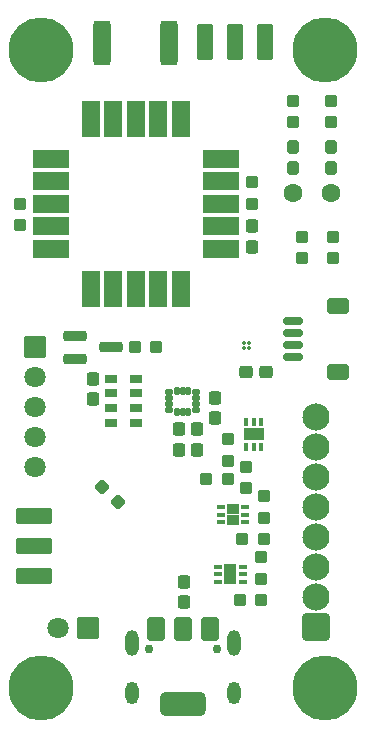
<source format=gbr>
%TF.GenerationSoftware,KiCad,Pcbnew,9.0.2*%
%TF.CreationDate,2025-06-05T09:54:10-05:00*%
%TF.ProjectId,Flight Computer v3,466c6967-6874-4204-936f-6d7075746572,rev?*%
%TF.SameCoordinates,Original*%
%TF.FileFunction,Soldermask,Top*%
%TF.FilePolarity,Negative*%
%FSLAX46Y46*%
G04 Gerber Fmt 4.6, Leading zero omitted, Abs format (unit mm)*
G04 Created by KiCad (PCBNEW 9.0.2) date 2025-06-05 09:54:10*
%MOMM*%
%LPD*%
G01*
G04 APERTURE LIST*
G04 Aperture macros list*
%AMRoundRect*
0 Rectangle with rounded corners*
0 $1 Rounding radius*
0 $2 $3 $4 $5 $6 $7 $8 $9 X,Y pos of 4 corners*
0 Add a 4 corners polygon primitive as box body*
4,1,4,$2,$3,$4,$5,$6,$7,$8,$9,$2,$3,0*
0 Add four circle primitives for the rounded corners*
1,1,$1+$1,$2,$3*
1,1,$1+$1,$4,$5*
1,1,$1+$1,$6,$7*
1,1,$1+$1,$8,$9*
0 Add four rect primitives between the rounded corners*
20,1,$1+$1,$2,$3,$4,$5,0*
20,1,$1+$1,$4,$5,$6,$7,0*
20,1,$1+$1,$6,$7,$8,$9,0*
20,1,$1+$1,$8,$9,$2,$3,0*%
G04 Aperture macros list end*
%ADD10RoundRect,0.050800X0.149600X0.314900X-0.149600X0.314900X-0.149600X-0.314900X0.149600X-0.314900X0*%
%ADD11RoundRect,0.050800X0.355600X-0.495300X0.355600X0.495300X-0.355600X0.495300X-0.355600X-0.495300X0*%
%ADD12RoundRect,0.050800X-0.314900X0.149600X-0.314900X-0.149600X0.314900X-0.149600X0.314900X0.149600X0*%
%ADD13RoundRect,0.050800X0.495300X0.355600X-0.495300X0.355600X-0.495300X-0.355600X0.495300X-0.355600X0*%
%ADD14RoundRect,0.262900X-0.262900X0.275400X-0.262900X-0.275400X0.262900X-0.275400X0.262900X0.275400X0*%
%ADD15RoundRect,0.050800X-0.750000X1.500000X-0.750000X-1.500000X0.750000X-1.500000X0.750000X1.500000X0*%
%ADD16RoundRect,0.050800X-1.500000X0.750000X-1.500000X-0.750000X1.500000X-0.750000X1.500000X0.750000X0*%
%ADD17RoundRect,0.262900X0.262900X-0.275400X0.262900X0.275400X-0.262900X0.275400X-0.262900X-0.275400X0*%
%ADD18RoundRect,0.262900X0.380636X-0.008839X-0.008839X0.380636X-0.380636X0.008839X0.008839X-0.380636X0*%
%ADD19RoundRect,0.175400X0.650400X-0.175400X0.650400X0.175400X-0.650400X0.175400X-0.650400X-0.175400X0*%
%ADD20RoundRect,0.271166X0.679634X-0.379634X0.679634X0.379634X-0.679634X0.379634X-0.679634X-0.379634X0*%
%ADD21C,0.351600*%
%ADD22RoundRect,0.262900X-0.262900X0.325400X-0.262900X-0.325400X0.262900X-0.325400X0.262900X0.325400X0*%
%ADD23RoundRect,0.262900X-0.325400X-0.262900X0.325400X-0.262900X0.325400X0.262900X-0.325400X0.262900X0*%
%ADD24C,3.201600*%
%ADD25C,5.501600*%
%ADD26RoundRect,0.262900X0.275400X0.262900X-0.275400X0.262900X-0.275400X-0.262900X0.275400X-0.262900X0*%
%ADD27RoundRect,0.112900X-0.250400X-0.112900X0.250400X-0.112900X0.250400X0.112900X-0.250400X0.112900X0*%
%ADD28RoundRect,0.112900X-0.112900X-0.250400X0.112900X-0.250400X0.112900X0.250400X-0.112900X0.250400X0*%
%ADD29RoundRect,0.050800X-0.475000X-0.275000X0.475000X-0.275000X0.475000X0.275000X-0.475000X0.275000X0*%
%ADD30RoundRect,0.262900X-0.262900X0.312900X-0.262900X-0.312900X0.262900X-0.312900X0.262900X0.312900X0*%
%ADD31RoundRect,0.202740X-1.348060X0.473060X-1.348060X-0.473060X1.348060X-0.473060X1.348060X0.473060X0*%
%ADD32C,1.601600*%
%ADD33RoundRect,0.400400X-0.400400X0.650400X-0.400400X-0.650400X0.400400X-0.650400X0.400400X0.650400X0*%
%ADD34RoundRect,0.525400X-1.425400X0.525400X-1.425400X-0.525400X1.425400X-0.525400X1.425400X0.525400X0*%
%ADD35RoundRect,0.202740X-0.473060X-1.348060X0.473060X-1.348060X0.473060X1.348060X-0.473060X1.348060X0*%
%ADD36RoundRect,0.225400X-0.775400X-0.225400X0.775400X-0.225400X0.775400X0.225400X-0.775400X0.225400X0*%
%ADD37RoundRect,0.050800X-0.850000X0.850000X-0.850000X-0.850000X0.850000X-0.850000X0.850000X0.850000X0*%
%ADD38C,1.801600*%
%ADD39RoundRect,0.261545X0.889255X-0.889255X0.889255X0.889255X-0.889255X0.889255X-0.889255X-0.889255X0*%
%ADD40C,2.301600*%
%ADD41RoundRect,0.262900X0.262900X-0.325400X0.262900X0.325400X-0.262900X0.325400X-0.262900X-0.325400X0*%
%ADD42RoundRect,0.050800X-0.850000X-0.850000X0.850000X-0.850000X0.850000X0.850000X-0.850000X0.850000X0*%
%ADD43RoundRect,0.268815X-0.456985X-1.631985X0.456985X-1.631985X0.456985X1.631985X-0.456985X1.631985X0*%
%ADD44C,0.751600*%
%ADD45O,1.101600X1.901600*%
%ADD46O,1.101600X2.201600*%
G04 APERTURE END LIST*
D10*
%TO.C,U403*%
X118046001Y-89059899D03*
X118696000Y-89059899D03*
X119345999Y-89059899D03*
X119345999Y-86980101D03*
X118696000Y-86980101D03*
X118046001Y-86980101D03*
D11*
X118252000Y-88020000D03*
X119140000Y-88020000D03*
%TD*%
D12*
%TO.C,U402*%
X117980000Y-95470000D03*
X117980000Y-94820001D03*
X117980000Y-94170002D03*
X115900202Y-94170002D03*
X115900202Y-94820001D03*
X115900202Y-95470000D03*
D13*
X116940101Y-95264001D03*
X116940101Y-94376001D03*
%TD*%
D12*
%TO.C,U401*%
X117750000Y-100525000D03*
X117750000Y-99875001D03*
X117750000Y-99225002D03*
X115670202Y-99225002D03*
X115670202Y-99875001D03*
X115670202Y-100525000D03*
D13*
X116710101Y-100319001D03*
X116710101Y-99431001D03*
%TD*%
D14*
%TO.C,R502*%
X125400000Y-71287500D03*
X125400000Y-73112500D03*
%TD*%
D15*
%TO.C,U304*%
X112500000Y-61300000D03*
X110600000Y-61300000D03*
X108700000Y-61300000D03*
X106800000Y-61300000D03*
X104900000Y-61300000D03*
D16*
X101500000Y-64700000D03*
X101500000Y-66600000D03*
X101500000Y-68500000D03*
X101500000Y-70400000D03*
X101500000Y-72300000D03*
D15*
X104900000Y-75700000D03*
X106800000Y-75700000D03*
X108700000Y-75700000D03*
X110600000Y-75700000D03*
X112500000Y-75700000D03*
D16*
X115900000Y-72300000D03*
X115900000Y-70400000D03*
X115900000Y-68500000D03*
X115900000Y-66600000D03*
X115900000Y-64700000D03*
%TD*%
D14*
%TO.C,R501*%
X122800000Y-71287500D03*
X122800000Y-73112500D03*
%TD*%
D17*
%TO.C,R411*%
X118070000Y-92582500D03*
X118070000Y-90757500D03*
%TD*%
D18*
%TO.C,R503*%
X107175235Y-93775235D03*
X105884765Y-92484765D03*
%TD*%
D19*
%TO.C,J607*%
X121990000Y-81470000D03*
X121990000Y-80470000D03*
X121990000Y-79470000D03*
X121990000Y-78470000D03*
D20*
X125865000Y-82770000D03*
X125865000Y-77170000D03*
%TD*%
D21*
%TO.C,U301*%
X117900000Y-80280000D03*
X118300000Y-80280000D03*
X117900000Y-80680000D03*
X118300000Y-80680000D03*
%TD*%
D22*
%TO.C,C304*%
X113860000Y-87617500D03*
X113860000Y-89342500D03*
%TD*%
D23*
%TO.C,C301*%
X118010000Y-82790000D03*
X119735000Y-82790000D03*
%TD*%
D24*
%TO.C,H604*%
X124700000Y-109500000D03*
D25*
X124700000Y-109500000D03*
%TD*%
D26*
%TO.C,R301*%
X110432500Y-80670000D03*
X108607500Y-80670000D03*
%TD*%
D27*
%TO.C,U302*%
X111507500Y-84480000D03*
X111507500Y-84980000D03*
X111507500Y-85480000D03*
X111507500Y-85980000D03*
D28*
X112170000Y-86142500D03*
X112670000Y-86142500D03*
X113170000Y-86142500D03*
D27*
X113832500Y-85980000D03*
X113832500Y-85480000D03*
X113832500Y-84980000D03*
X113832500Y-84480000D03*
D28*
X113170000Y-84317500D03*
X112670000Y-84317500D03*
X112170000Y-84317500D03*
%TD*%
D29*
%TO.C,U303*%
X106595000Y-83312500D03*
X106595000Y-84562500D03*
X106595000Y-85812500D03*
X106595000Y-87062500D03*
X108745000Y-87062500D03*
X108745000Y-85812500D03*
X108745000Y-84562500D03*
X108745000Y-83312500D03*
%TD*%
D24*
%TO.C,H601*%
X100700000Y-55500000D03*
D25*
X100700000Y-55500000D03*
%TD*%
D30*
%TO.C,D201*%
X122000000Y-63725000D03*
X122000000Y-65475000D03*
%TD*%
D26*
%TO.C,R404*%
X119337500Y-102050000D03*
X117512500Y-102050000D03*
%TD*%
%TO.C,R414*%
X116512500Y-91840000D03*
X114687500Y-91840000D03*
%TD*%
D14*
%TO.C,R202*%
X125200000Y-59775000D03*
X125200000Y-61600000D03*
%TD*%
%TO.C,R413*%
X116510000Y-88447500D03*
X116510000Y-90272500D03*
%TD*%
%TO.C,R201*%
X122000000Y-59775000D03*
X122000000Y-61600000D03*
%TD*%
D31*
%TO.C,J602*%
X100120000Y-94920000D03*
X100120000Y-97460000D03*
X100120000Y-100000000D03*
%TD*%
D32*
%TO.C,TP201*%
X122000000Y-67600000D03*
%TD*%
D33*
%TO.C,U201*%
X115020000Y-104530000D03*
X112720000Y-104530000D03*
D34*
X112720000Y-110830000D03*
D33*
X110420000Y-104530000D03*
%TD*%
D32*
%TO.C,TP202*%
X125200000Y-67600000D03*
%TD*%
D35*
%TO.C,J606*%
X114560000Y-54800000D03*
X117100000Y-54800000D03*
X119640000Y-54800000D03*
%TD*%
D36*
%TO.C,D301*%
X103600000Y-79710000D03*
X103600000Y-81610000D03*
X106600000Y-80660000D03*
%TD*%
D22*
%TO.C,C303*%
X112400000Y-87617500D03*
X112400000Y-89342500D03*
%TD*%
D37*
%TO.C,J604*%
X104630000Y-104450000D03*
D38*
X102090000Y-104450000D03*
%TD*%
D22*
%TO.C,C305*%
X105050000Y-83310000D03*
X105050000Y-85035000D03*
%TD*%
D26*
%TO.C,R410*%
X119560000Y-96870000D03*
X117735000Y-96870000D03*
%TD*%
D24*
%TO.C,H603*%
X100700000Y-109500000D03*
D25*
X100700000Y-109500000D03*
%TD*%
D22*
%TO.C,C306*%
X118580000Y-70427500D03*
X118580000Y-72152500D03*
%TD*%
D14*
%TO.C,R303*%
X118560000Y-66677500D03*
X118560000Y-68502500D03*
%TD*%
%TO.C,R407*%
X119590000Y-93247500D03*
X119590000Y-95072500D03*
%TD*%
D39*
%TO.C,J603*%
X124000000Y-104330000D03*
D40*
X124000000Y-101790000D03*
X124000000Y-99250000D03*
X124000000Y-96710000D03*
X124000000Y-94170000D03*
X124000000Y-91630000D03*
X124000000Y-89090000D03*
X124000000Y-86550000D03*
%TD*%
D24*
%TO.C,H602*%
X124700000Y-55500000D03*
D25*
X124700000Y-55500000D03*
%TD*%
D14*
%TO.C,R304*%
X98870000Y-68515000D03*
X98870000Y-70340000D03*
%TD*%
D41*
%TO.C,C201*%
X112800000Y-102262500D03*
X112800000Y-100537500D03*
%TD*%
D42*
%TO.C,J605*%
X100210000Y-80640000D03*
D38*
X100210000Y-83180000D03*
X100210000Y-85720000D03*
X100210000Y-88260000D03*
X100210000Y-90800000D03*
%TD*%
D41*
%TO.C,C302*%
X115410000Y-86652500D03*
X115410000Y-84927500D03*
%TD*%
D30*
%TO.C,D202*%
X125200000Y-63725000D03*
X125200000Y-65475000D03*
%TD*%
D14*
%TO.C,R401*%
X119350000Y-98417500D03*
X119350000Y-100242500D03*
%TD*%
D43*
%TO.C,J701*%
X105875000Y-54912500D03*
X111525000Y-54912500D03*
%TD*%
D44*
%TO.C,J601*%
X115565000Y-106220000D03*
X109785000Y-106220000D03*
D45*
X116995000Y-109900000D03*
D46*
X116995000Y-105720000D03*
D45*
X108355000Y-109900000D03*
D46*
X108355000Y-105720000D03*
%TD*%
M02*

</source>
